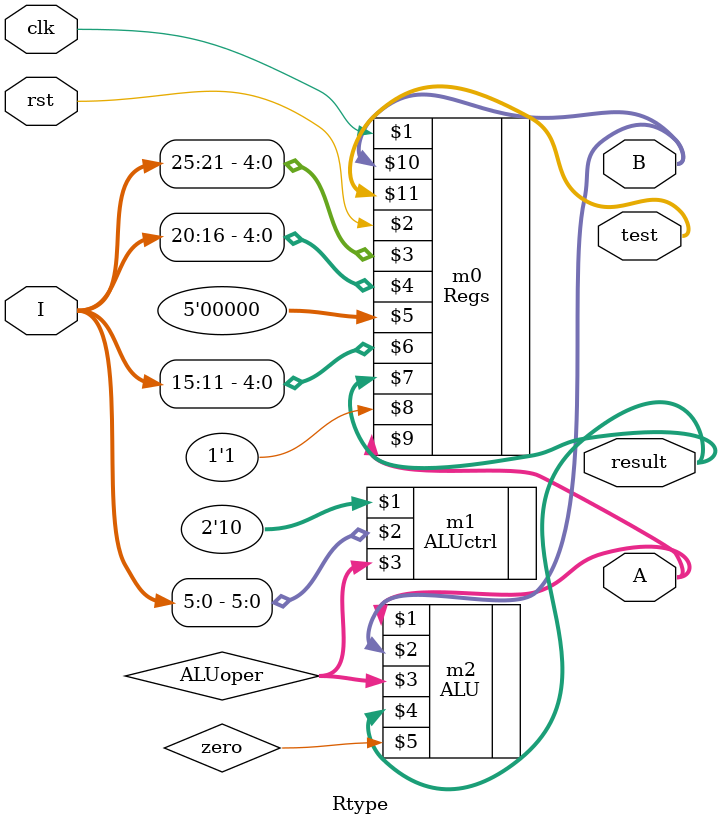
<source format=v>
`timescale 1ns / 1ps
module Rtype(
    input clk,
    input rst,
    input [31:0] I,
    output [31:0] A,
    output [31:0] B,
    output [31:0] result,
	 output [31:0] test
    );

	 wire [2:0] ALUoper;
	 wire zero;
	 
	 Regs m0(clk, rst, I[25:21], I[20:16], {5{1'b0}}, I[15:11], result, 1'b1, A, B, test);
	 ALUctrl m1(2'b10, I[5:0], ALUoper);
	 ALU m2(A, B, ALUoper, result, zero);

endmodule

</source>
